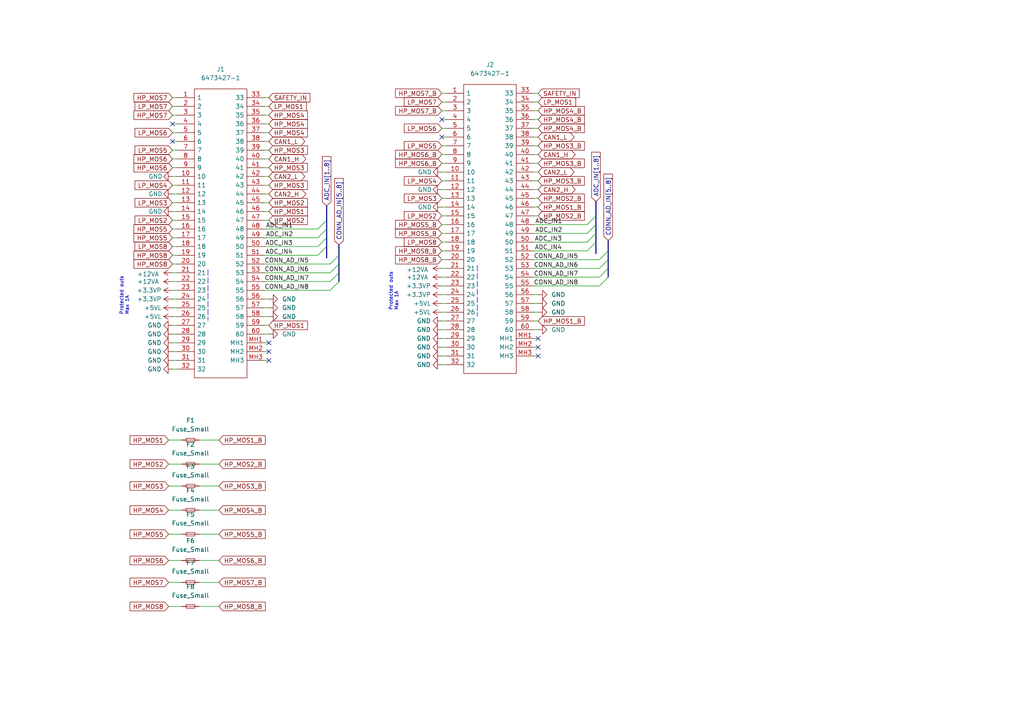
<source format=kicad_sch>
(kicad_sch (version 20211123) (generator eeschema)
  (paper "A4")
  (lib_symbols
    (symbol "Device:Fuse_Small" (pin_numbers hide) (pin_names (offset 0.254) hide)
      (property "Reference" "F" (at 0 -1.524 0))
      (property "Value" "Fuse_Small" (at 0 1.524 0))
      (symbol "Fuse_Small_0_1"
        (rectangle (start -1.27 0.508) (end 1.27 -0.508))
        (polyline (pts (xy -1.27 0) (xy 1.27 0)))
      )
      (symbol "Fuse_Small_1_1"
        (pin passive line (at -2.54 0 0) (length 1.27) (name "~") (number "1"))
        (pin passive line (at 2.54 0 180) (length 1.27) (name "~") (number "2"))
      )
    )
    (symbol "pdms_additional:6473427-1" (pin_names (offset 0.762))
      (property "Reference" "J" (at 21.59 7.62 0))
      (property "Value" "6473427-1" (at 21.59 5.08 0))
      (symbol "6473427-1_0_0"
        (pin passive line (at 0 0 0) (length 5.08) (name "1") (number "1"))
        (pin passive line (at 0 -22.86 0) (length 5.08) (name "10") (number "10"))
        (pin passive line (at 0 -25.4 0) (length 5.08) (name "11") (number "11"))
        (pin passive line (at 0 -27.94 0) (length 5.08) (name "12") (number "12"))
        (pin passive line (at 0 -30.48 0) (length 5.08) (name "13") (number "13"))
        (pin passive line (at 0 -33.02 0) (length 5.08) (name "14") (number "14"))
        (pin passive line (at 0 -35.56 0) (length 5.08) (name "15") (number "15"))
        (pin passive line (at 0 -38.1 0) (length 5.08) (name "16") (number "16"))
        (pin passive line (at 0 -40.64 0) (length 5.08) (name "17") (number "17"))
        (pin passive line (at 0 -43.18 0) (length 5.08) (name "18") (number "18"))
        (pin passive line (at 0 -45.72 0) (length 5.08) (name "19") (number "19"))
        (pin passive line (at 0 -2.54 0) (length 5.08) (name "2") (number "2"))
        (pin passive line (at 0 -48.26 0) (length 5.08) (name "20") (number "20"))
        (pin passive line (at 0 -50.8 0) (length 5.08) (name "21") (number "21"))
        (pin passive line (at 0 -53.34 0) (length 5.08) (name "22") (number "22"))
        (pin passive line (at 0 -55.88 0) (length 5.08) (name "23") (number "23"))
        (pin passive line (at 0 -58.42 0) (length 5.08) (name "24") (number "24"))
        (pin passive line (at 0 -60.96 0) (length 5.08) (name "25") (number "25"))
        (pin passive line (at 0 -63.5 0) (length 5.08) (name "26") (number "26"))
        (pin passive line (at 0 -66.04 0) (length 5.08) (name "27") (number "27"))
        (pin passive line (at 0 -68.58 0) (length 5.08) (name "28") (number "28"))
        (pin passive line (at 0 -71.12 0) (length 5.08) (name "29") (number "29"))
        (pin passive line (at 0 -5.08 0) (length 5.08) (name "3") (number "3"))
        (pin passive line (at 0 -73.66 0) (length 5.08) (name "30") (number "30"))
        (pin passive line (at 0 -76.2 0) (length 5.08) (name "31") (number "31"))
        (pin passive line (at 0 -78.74 0) (length 5.08) (name "32") (number "32"))
        (pin passive line (at 25.4 0 180) (length 5.08) (name "33") (number "33"))
        (pin passive line (at 25.4 -2.54 180) (length 5.08) (name "34") (number "34"))
        (pin passive line (at 25.4 -5.08 180) (length 5.08) (name "35") (number "35"))
        (pin passive line (at 25.4 -7.62 180) (length 5.08) (name "36") (number "36"))
        (pin passive line (at 25.4 -10.16 180) (length 5.08) (name "37") (number "37"))
        (pin passive line (at 25.4 -12.7 180) (length 5.08) (name "38") (number "38"))
        (pin passive line (at 25.4 -15.24 180) (length 5.08) (name "39") (number "39"))
        (pin passive line (at 0 -7.62 0) (length 5.08) (name "4") (number "4"))
        (pin passive line (at 25.4 -17.78 180) (length 5.08) (name "40") (number "40"))
        (pin passive line (at 25.4 -20.32 180) (length 5.08) (name "41") (number "41"))
        (pin passive line (at 25.4 -22.86 180) (length 5.08) (name "42") (number "42"))
        (pin passive line (at 25.4 -25.4 180) (length 5.08) (name "43") (number "43"))
        (pin passive line (at 25.4 -27.94 180) (length 5.08) (name "44") (number "44"))
        (pin passive line (at 25.4 -30.48 180) (length 5.08) (name "45") (number "45"))
        (pin passive line (at 25.4 -33.02 180) (length 5.08) (name "46") (number "46"))
        (pin passive line (at 25.4 -35.56 180) (length 5.08) (name "47") (number "47"))
        (pin passive line (at 25.4 -38.1 180) (length 5.08) (name "48") (number "48"))
        (pin passive line (at 25.4 -40.64 180) (length 5.08) (name "49") (number "49"))
        (pin passive line (at 0 -10.16 0) (length 5.08) (name "5") (number "5"))
        (pin passive line (at 25.4 -43.18 180) (length 5.08) (name "50") (number "50"))
        (pin passive line (at 25.4 -45.72 180) (length 5.08) (name "51") (number "51"))
        (pin passive line (at 25.4 -48.26 180) (length 5.08) (name "52") (number "52"))
        (pin passive line (at 25.4 -50.8 180) (length 5.08) (name "53") (number "53"))
        (pin passive line (at 25.4 -53.34 180) (length 5.08) (name "54") (number "54"))
        (pin passive line (at 25.4 -55.88 180) (length 5.08) (name "55") (number "55"))
        (pin passive line (at 25.4 -58.42 180) (length 5.08) (name "56") (number "56"))
        (pin passive line (at 25.4 -60.96 180) (length 5.08) (name "57") (number "57"))
        (pin passive line (at 25.4 -63.5 180) (length 5.08) (name "58") (number "58"))
        (pin passive line (at 25.4 -66.04 180) (length 5.08) (name "59") (number "59"))
        (pin passive line (at 0 -12.7 0) (length 5.08) (name "6") (number "6"))
        (pin passive line (at 25.4 -68.58 180) (length 5.08) (name "60") (number "60"))
        (pin passive line (at 0 -15.24 0) (length 5.08) (name "7") (number "7"))
        (pin passive line (at 0 -17.78 0) (length 5.08) (name "8") (number "8"))
        (pin passive line (at 0 -20.32 0) (length 5.08) (name "9") (number "9"))
        (pin passive line (at 25.4 -71.12 180) (length 5.08) (name "MH1") (number "MH1"))
        (pin passive line (at 25.4 -73.66 180) (length 5.08) (name "MH2") (number "MH2"))
        (pin passive line (at 25.4 -76.2 180) (length 5.08) (name "MH3") (number "MH3"))
      )
      (symbol "6473427-1_0_1"
        (polyline (pts (xy 5.08 2.54) (xy 20.32 2.54) (xy 20.32 -81.28) (xy 5.08 -81.28) (xy 5.08 2.54)) (stroke (width 0.1524)))
      )
    )
    (symbol "power:+12VA" (power) (pin_names (offset 0))
      (property "Value" "+12VA" (at 0 3.556 0))
      (symbol "+12VA_0_1"
        (polyline (pts (xy -0.762 1.27) (xy 0 2.54)))
        (polyline (pts (xy 0 0) (xy 0 2.54)))
        (polyline (pts (xy 0 2.54) (xy 0.762 1.27)))
      )
      (symbol "+12VA_1_1"
        (pin power_in line (at 0 0 90) (length 0) hide (name "+12VA") (number "1"))
      )
    )
    (symbol "power:+3.3VP" (power) (pin_names (offset 0))
      (property "Value" "+3.3VP" (at 0 2.54 0))
      (symbol "+3.3VP_0_0"
        (pin power_in line (at 0 0 90) (length 0) hide (name "+3.3VP") (number "1"))
      )
      (symbol "+3.3VP_0_1"
        (polyline (pts (xy -0.762 1.27) (xy 0 2.54)))
        (polyline (pts (xy 0 0) (xy 0 2.54)))
        (polyline (pts (xy 0 2.54) (xy 0.762 1.27)))
      )
    )
    (symbol "power:+5VL" (power) (pin_names (offset 0))
      (property "Value" "+5VL" (at 0 3.556 0))
      (symbol "+5VL_0_1"
        (polyline (pts (xy -0.762 1.27) (xy 0 2.54)))
        (polyline (pts (xy 0 0) (xy 0 2.54)))
        (polyline (pts (xy 0 2.54) (xy 0.762 1.27)))
      )
      (symbol "+5VL_1_1"
        (pin power_in line (at 0 0 90) (length 0) hide (name "+5VL") (number "1"))
      )
    )
    (symbol "power:GND" (power) (pin_names (offset 0))
      (property "Value" "GND" (at 0 -3.81 0))
      (symbol "GND_0_1"
        (polyline (pts (xy 0 0) (xy 0 -1.27) (xy 1.27 -1.27) (xy 0 -2.54) (xy -1.27 -1.27) (xy 0 -1.27)))
      )
      (symbol "GND_1_1"
        (pin power_in line (at 0 0 270) (length 0) hide (name "GND") (number "1"))
      )
    )
  )
  (no_connect (at 77.978 101.981))
  (no_connect (at 77.978 99.441))
  (no_connect (at 77.978 104.521))
  (no_connect (at 128.143 39.751))
  (no_connect (at 128.143 34.671))
  (no_connect (at 50.038 35.941))
  (no_connect (at 156.083 100.711))
  (no_connect (at 156.083 103.251))
  (no_connect (at 50.038 41.021))
  (no_connect (at 156.083 98.171))
  (bus_entry (at 176.403 75.311) (size -2.54 2.54))
  (bus_entry (at 172.847 65.151) (size -2.54 2.54))
  (bus_entry (at 172.847 67.691) (size -2.54 2.54))
  (bus_entry (at 176.403 77.851) (size -2.54 2.54))
  (bus_entry (at 94.742 68.961) (size -2.54 2.54))
  (bus_entry (at 94.742 66.421) (size -2.54 2.54))
  (bus_entry (at 98.298 81.661) (size -2.54 2.54))
  (bus_entry (at 94.742 63.881) (size -2.54 2.54))
  (bus_entry (at 172.847 62.611) (size -2.54 2.54))
  (bus_entry (at 172.847 70.231) (size -2.54 2.54))
  (bus_entry (at 94.742 71.501) (size -2.54 2.54))
  (bus_entry (at 176.403 72.771) (size -2.54 2.54))
  (bus_entry (at 176.403 80.391) (size -2.54 2.54))
  (bus_entry (at 98.298 74.041) (size -2.54 2.54))
  (bus_entry (at 98.298 76.581) (size -2.54 2.54))
  (bus_entry (at 98.298 79.121) (size -2.54 2.54))
  (wire (pts (xy 50.038 43.561) (xy 51.308 43.561)))
  (bus (pts (xy 98.298 74.041) (xy 98.298 76.581)))
  (bus (pts (xy 94.742 59.69) (xy 94.742 63.881)))
  (wire (pts (xy 154.813 57.531) (xy 156.083 57.531)))
  (wire (pts (xy 50.038 94.361) (xy 51.308 94.361)))
  (wire (pts (xy 128.143 39.751) (xy 129.413 39.751)))
  (wire (pts (xy 50.038 30.861) (xy 51.308 30.861)))
  (wire (pts (xy 76.708 79.121) (xy 95.758 79.121)))
  (wire (pts (xy 50.038 101.981) (xy 51.308 101.981)))
  (wire (pts (xy 57.785 147.955) (xy 63.5 147.955)))
  (wire (pts (xy 128.143 29.591) (xy 129.413 29.591)))
  (wire (pts (xy 128.143 105.791) (xy 129.413 105.791)))
  (wire (pts (xy 154.813 82.931) (xy 173.863 82.931)))
  (wire (pts (xy 77.978 41.021) (xy 76.708 41.021)))
  (bus (pts (xy 176.403 77.851) (xy 176.403 80.391)))
  (wire (pts (xy 76.708 84.201) (xy 95.758 84.201)))
  (wire (pts (xy 76.708 33.401) (xy 77.978 33.401)))
  (wire (pts (xy 92.202 68.961) (xy 76.708 68.961)))
  (wire (pts (xy 128.143 34.671) (xy 129.413 34.671)))
  (wire (pts (xy 48.895 134.62) (xy 52.705 134.62)))
  (bus (pts (xy 98.298 70.993) (xy 98.298 74.041)))
  (wire (pts (xy 48.895 154.94) (xy 52.705 154.94)))
  (wire (pts (xy 50.038 84.201) (xy 51.308 84.201)))
  (wire (pts (xy 48.895 127.635) (xy 52.705 127.635)))
  (wire (pts (xy 128.143 37.211) (xy 129.413 37.211)))
  (wire (pts (xy 50.038 35.941) (xy 51.308 35.941)))
  (wire (pts (xy 50.038 56.261) (xy 51.308 56.261)))
  (wire (pts (xy 170.307 67.691) (xy 154.813 67.691)))
  (wire (pts (xy 92.202 71.501) (xy 76.708 71.501)))
  (wire (pts (xy 50.038 79.121) (xy 51.308 79.121)))
  (wire (pts (xy 76.708 53.721) (xy 77.978 53.721)))
  (wire (pts (xy 50.038 61.341) (xy 51.308 61.341)))
  (bus (pts (xy 172.847 67.691) (xy 172.847 70.231)))
  (wire (pts (xy 156.083 90.551) (xy 154.813 90.551)))
  (wire (pts (xy 156.083 27.051) (xy 154.813 27.051)))
  (wire (pts (xy 154.813 47.371) (xy 156.083 47.371)))
  (wire (pts (xy 156.083 62.611) (xy 154.813 62.611)))
  (wire (pts (xy 77.978 61.341) (xy 76.708 61.341)))
  (bus (pts (xy 172.847 65.151) (xy 172.847 67.691)))
  (bus (pts (xy 172.847 58.42) (xy 172.847 62.611)))
  (wire (pts (xy 128.143 77.851) (xy 129.413 77.851)))
  (wire (pts (xy 50.038 53.721) (xy 51.308 53.721)))
  (wire (pts (xy 156.083 49.911) (xy 154.813 49.911)))
  (wire (pts (xy 128.143 60.071) (xy 129.413 60.071)))
  (wire (pts (xy 154.813 80.391) (xy 173.863 80.391)))
  (wire (pts (xy 57.785 134.62) (xy 63.5 134.62)))
  (wire (pts (xy 156.083 98.171) (xy 154.813 98.171)))
  (wire (pts (xy 76.708 76.581) (xy 95.758 76.581)))
  (wire (pts (xy 154.813 72.771) (xy 170.307 72.771)))
  (wire (pts (xy 77.978 101.981) (xy 76.708 101.981)))
  (wire (pts (xy 128.143 85.471) (xy 129.413 85.471)))
  (wire (pts (xy 128.143 44.831) (xy 129.413 44.831)))
  (wire (pts (xy 50.038 68.961) (xy 51.308 68.961)))
  (wire (pts (xy 128.143 88.011) (xy 129.413 88.011)))
  (wire (pts (xy 154.813 77.851) (xy 173.863 77.851)))
  (bus (pts (xy 94.742 71.501) (xy 94.742 74.803)))
  (wire (pts (xy 77.978 99.441) (xy 76.708 99.441)))
  (wire (pts (xy 48.895 162.56) (xy 52.705 162.56)))
  (wire (pts (xy 128.143 27.051) (xy 129.413 27.051)))
  (wire (pts (xy 57.785 140.97) (xy 63.5 140.97)))
  (wire (pts (xy 128.143 93.091) (xy 129.413 93.091)))
  (wire (pts (xy 128.143 67.691) (xy 129.413 67.691)))
  (wire (pts (xy 154.813 32.131) (xy 156.083 32.131)))
  (wire (pts (xy 48.895 175.895) (xy 52.705 175.895)))
  (bus (pts (xy 98.298 76.581) (xy 98.298 79.121)))
  (polyline (pts (xy 60.325 78.232) (xy 60.325 92.964)))
  (bus (pts (xy 172.847 62.611) (xy 172.847 65.151)))
  (wire (pts (xy 77.978 91.821) (xy 76.708 91.821)))
  (wire (pts (xy 57.785 175.895) (xy 63.5 175.895)))
  (wire (pts (xy 50.038 63.881) (xy 51.308 63.881)))
  (wire (pts (xy 77.978 104.521) (xy 76.708 104.521)))
  (wire (pts (xy 128.143 90.551) (xy 129.413 90.551)))
  (wire (pts (xy 50.038 89.281) (xy 51.308 89.281)))
  (wire (pts (xy 50.038 66.421) (xy 51.308 66.421)))
  (polyline (pts (xy 138.43 76.962) (xy 138.43 91.694)))
  (wire (pts (xy 156.083 54.991) (xy 154.813 54.991)))
  (wire (pts (xy 76.708 38.481) (xy 77.978 38.481)))
  (wire (pts (xy 48.895 147.955) (xy 52.705 147.955)))
  (wire (pts (xy 156.083 93.091) (xy 154.813 93.091)))
  (wire (pts (xy 77.978 51.181) (xy 76.708 51.181)))
  (wire (pts (xy 156.083 60.071) (xy 154.813 60.071)))
  (wire (pts (xy 128.143 72.771) (xy 129.413 72.771)))
  (bus (pts (xy 176.403 75.311) (xy 176.403 77.851)))
  (wire (pts (xy 128.143 62.611) (xy 129.413 62.611)))
  (wire (pts (xy 76.708 74.041) (xy 92.202 74.041)))
  (wire (pts (xy 154.813 42.291) (xy 156.083 42.291)))
  (wire (pts (xy 50.038 71.501) (xy 51.308 71.501)))
  (wire (pts (xy 128.143 100.711) (xy 129.413 100.711)))
  (bus (pts (xy 94.742 63.881) (xy 94.742 66.421)))
  (wire (pts (xy 77.978 56.261) (xy 76.708 56.261)))
  (wire (pts (xy 128.143 80.391) (xy 129.413 80.391)))
  (wire (pts (xy 170.307 70.231) (xy 154.813 70.231)))
  (wire (pts (xy 77.978 46.101) (xy 76.708 46.101)))
  (wire (pts (xy 50.038 48.641) (xy 51.308 48.641)))
  (wire (pts (xy 128.143 49.911) (xy 129.413 49.911)))
  (wire (pts (xy 50.038 74.041) (xy 51.308 74.041)))
  (bus (pts (xy 176.403 72.771) (xy 176.403 75.311)))
  (wire (pts (xy 154.813 75.311) (xy 173.863 75.311)))
  (wire (pts (xy 154.813 65.151) (xy 170.307 65.151)))
  (wire (pts (xy 156.083 39.751) (xy 154.813 39.751)))
  (wire (pts (xy 156.083 29.591) (xy 154.813 29.591)))
  (wire (pts (xy 50.038 81.661) (xy 51.308 81.661)))
  (wire (pts (xy 156.083 85.471) (xy 154.813 85.471)))
  (wire (pts (xy 128.143 98.171) (xy 129.413 98.171)))
  (bus (pts (xy 94.742 66.421) (xy 94.742 68.961)))
  (bus (pts (xy 172.847 70.231) (xy 172.847 73.533)))
  (wire (pts (xy 128.143 70.231) (xy 129.413 70.231)))
  (wire (pts (xy 128.143 42.291) (xy 129.413 42.291)))
  (wire (pts (xy 50.038 96.901) (xy 51.308 96.901)))
  (wire (pts (xy 50.038 86.741) (xy 51.308 86.741)))
  (wire (pts (xy 76.708 66.421) (xy 92.202 66.421)))
  (wire (pts (xy 57.785 168.91) (xy 63.5 168.91)))
  (wire (pts (xy 128.143 57.531) (xy 129.413 57.531)))
  (wire (pts (xy 128.143 75.311) (xy 129.413 75.311)))
  (wire (pts (xy 50.038 46.101) (xy 51.308 46.101)))
  (wire (pts (xy 156.083 95.631) (xy 154.813 95.631)))
  (wire (pts (xy 156.083 34.671) (xy 154.813 34.671)))
  (wire (pts (xy 128.143 103.251) (xy 129.413 103.251)))
  (wire (pts (xy 128.143 32.131) (xy 129.413 32.131)))
  (wire (pts (xy 50.038 91.821) (xy 51.308 91.821)))
  (wire (pts (xy 128.143 65.151) (xy 129.413 65.151)))
  (bus (pts (xy 94.742 68.961) (xy 94.742 71.501)))
  (wire (pts (xy 48.895 168.91) (xy 52.705 168.91)))
  (wire (pts (xy 128.143 52.451) (xy 129.413 52.451)))
  (wire (pts (xy 50.038 99.441) (xy 51.308 99.441)))
  (wire (pts (xy 50.038 41.021) (xy 51.308 41.021)))
  (wire (pts (xy 76.708 43.561) (xy 77.978 43.561)))
  (wire (pts (xy 76.708 48.641) (xy 77.978 48.641)))
  (wire (pts (xy 77.978 30.861) (xy 76.708 30.861)))
  (wire (pts (xy 77.978 35.941) (xy 76.708 35.941)))
  (wire (pts (xy 77.978 94.361) (xy 76.708 94.361)))
  (bus (pts (xy 176.403 69.723) (xy 176.403 72.771)))
  (wire (pts (xy 154.813 37.211) (xy 156.083 37.211)))
  (wire (pts (xy 57.785 162.56) (xy 63.5 162.56)))
  (wire (pts (xy 77.978 86.741) (xy 76.708 86.741)))
  (wire (pts (xy 57.785 154.94) (xy 63.5 154.94)))
  (wire (pts (xy 76.708 81.661) (xy 95.758 81.661)))
  (wire (pts (xy 128.143 82.931) (xy 129.413 82.931)))
  (wire (pts (xy 154.813 52.451) (xy 156.083 52.451)))
  (wire (pts (xy 57.785 127.635) (xy 63.5 127.635)))
  (wire (pts (xy 156.083 88.011) (xy 154.813 88.011)))
  (wire (pts (xy 128.143 95.631) (xy 129.413 95.631)))
  (wire (pts (xy 50.038 38.481) (xy 51.308 38.481)))
  (wire (pts (xy 128.143 47.371) (xy 129.413 47.371)))
  (wire (pts (xy 128.143 54.991) (xy 129.413 54.991)))
  (bus (pts (xy 98.298 79.121) (xy 98.298 81.661)))
  (wire (pts (xy 50.038 51.181) (xy 51.308 51.181)))
  (wire (pts (xy 50.038 33.401) (xy 51.308 33.401)))
  (wire (pts (xy 50.038 104.521) (xy 51.308 104.521)))
  (wire (pts (xy 48.895 140.97) (xy 52.705 140.97)))
  (wire (pts (xy 76.708 58.801) (xy 77.978 58.801)))
  (wire (pts (xy 50.038 107.061) (xy 51.308 107.061)))
  (wire (pts (xy 50.038 58.801) (xy 51.308 58.801)))
  (wire (pts (xy 156.083 103.251) (xy 154.813 103.251)))
  (wire (pts (xy 156.083 100.711) (xy 154.813 100.711)))
  (wire (pts (xy 77.978 63.881) (xy 76.708 63.881)))
  (wire (pts (xy 50.038 28.321) (xy 51.308 28.321)))
  (wire (pts (xy 50.038 76.581) (xy 51.308 76.581)))
  (wire (pts (xy 156.083 44.831) (xy 154.813 44.831)))
  (wire (pts (xy 77.978 28.321) (xy 76.708 28.321)))
  (wire (pts (xy 77.978 96.901) (xy 76.708 96.901)))
  (wire (pts (xy 77.978 89.281) (xy 76.708 89.281)))
  (text "Protected outs \nMax 1A" (at 115.57 90.17 90) (effects (font (size 1 1)) (justify left bottom)))
  (text "Protected outs \nMax 1A" (at 37.465 91.44 90) (effects (font (size 1 1)) (justify left bottom)))
  (label "CONN_AD_IN8" (at 76.708 84.201 0))
  (label "ADC_IN2" (at 155.194 67.691 0))
  (label "CONN_AD_IN8" (at 154.813 82.931 0))
  (label "CONN_AD_IN5" (at 76.708 76.581 0))
  (label "ADC_IN1" (at 155.194 65.151 0))
  (label "CONN_AD_IN6" (at 154.813 77.851 0))
  (label "CONN_AD_IN7" (at 76.708 81.661 0))
  (label "ADC_IN3" (at 76.962 71.501 0))
  (label "ADC_IN3" (at 155.067 70.231 0))
  (label "CONN_AD_IN6" (at 76.708 79.121 0))
  (label "ADC_IN1" (at 77.089 66.421 0))
  (label "CONN_AD_IN5" (at 154.813 75.311 0))
  (label "ADC_IN4" (at 155.067 72.771 0))
  (label "CONN_AD_IN7" (at 154.813 80.391 0))
  (label "ADC_IN2" (at 77.089 68.961 0))
  (label "ADC_IN4" (at 76.962 74.041 0))
  (global_label "HP_MOS8_B" (shape input) (at 128.143 72.771 180) (property "Intersheet References" "${INTERSHEET_REFS}" (effects hide)))
  (global_label "CAN2_H" (shape bidirectional) (at 77.978 56.261 0) (property "Intersheet References" "${INTERSHEET_REFS}" (effects hide)))
  (global_label "HP_MOS6_B" (shape input) (at 128.143 47.371 180) (property "Intersheet References" "${INTERSHEET_REFS}" (effects hide)))
  (global_label "SAFETY_IN" (shape input) (at 77.978 28.321 0) (property "Intersheet References" "${INTERSHEET_REFS}" (effects hide)))
  (global_label "HP_MOS6_B" (shape input) (at 128.143 44.831 180) (property "Intersheet References" "${INTERSHEET_REFS}" (effects hide)))
  (global_label "LP_MOS3" (shape input) (at 50.038 58.801 180) (property "Intersheet References" "${INTERSHEET_REFS}" (effects hide)))
  (global_label "HP_MOS1" (shape input) (at 48.895 127.635 180) (property "Intersheet References" "${INTERSHEET_REFS}" (effects hide)))
  (global_label "CAN1_H" (shape bidirectional) (at 77.978 46.101 0) (property "Intersheet References" "${INTERSHEET_REFS}" (effects hide)))
  (global_label "LP_MOS6" (shape input) (at 50.038 38.481 180) (property "Intersheet References" "${INTERSHEET_REFS}" (effects hide)))
  (global_label "HP_MOS2" (shape input) (at 48.895 134.62 180) (property "Intersheet References" "${INTERSHEET_REFS}" (effects hide)))
  (global_label "LP_MOS8" (shape input) (at 128.143 70.231 180) (property "Intersheet References" "${INTERSHEET_REFS}" (effects hide)))
  (global_label "HP_MOS7" (shape input) (at 50.038 28.321 180) (property "Intersheet References" "${INTERSHEET_REFS}" (effects hide)))
  (global_label "HP_MOS5" (shape input) (at 48.895 154.94 180) (property "Intersheet References" "${INTERSHEET_REFS}" (effects hide)))
  (global_label "HP_MOS1_B" (shape input) (at 63.5 127.635 0) (property "Intersheet References" "${INTERSHEET_REFS}" (effects hide)))
  (global_label "LP_MOS6" (shape input) (at 128.143 37.211 180) (property "Intersheet References" "${INTERSHEET_REFS}" (effects hide)))
  (global_label "CAN2_H" (shape bidirectional) (at 156.083 54.991 0) (property "Intersheet References" "${INTERSHEET_REFS}" (effects hide)))
  (global_label "HP_MOS8_B" (shape input) (at 128.143 75.311 180) (property "Intersheet References" "${INTERSHEET_REFS}" (effects hide)))
  (global_label "HP_MOS3_B" (shape input) (at 156.083 52.451 0) (property "Intersheet References" "${INTERSHEET_REFS}" (effects hide)))
  (global_label "LP_MOS4" (shape input) (at 50.038 53.721 180) (property "Intersheet References" "${INTERSHEET_REFS}" (effects hide)))
  (global_label "HP_MOS2" (shape input) (at 77.978 58.801 0) (property "Intersheet References" "${INTERSHEET_REFS}" (effects hide)))
  (global_label "HP_MOS3" (shape input) (at 77.978 48.641 0) (property "Intersheet References" "${INTERSHEET_REFS}" (effects hide)))
  (global_label "HP_MOS3_B" (shape input) (at 156.083 42.291 0) (property "Intersheet References" "${INTERSHEET_REFS}" (effects hide)))
  (global_label "LP_MOS5" (shape input) (at 128.143 42.291 180) (property "Intersheet References" "${INTERSHEET_REFS}" (effects hide)))
  (global_label "CONN_AD_IN[5..8]" (shape input) (at 176.403 69.723 90) (property "Intersheet References" "${INTERSHEET_REFS}" (effects hide)))
  (global_label "HP_MOS4_B" (shape input) (at 156.083 37.211 0) (property "Intersheet References" "${INTERSHEET_REFS}" (effects hide)))
  (global_label "HP_MOS3" (shape input) (at 77.978 53.721 0) (property "Intersheet References" "${INTERSHEET_REFS}" (effects hide)))
  (global_label "HP_MOS4_B" (shape input) (at 156.083 34.671 0) (property "Intersheet References" "${INTERSHEET_REFS}" (effects hide)))
  (global_label "HP_MOS5" (shape input) (at 50.038 66.421 180) (property "Intersheet References" "${INTERSHEET_REFS}" (effects hide)))
  (global_label "HP_MOS8_B" (shape input) (at 63.5 175.895 0) (property "Intersheet References" "${INTERSHEET_REFS}" (effects hide)))
  (global_label "HP_MOS3" (shape input) (at 48.895 140.97 180) (property "Intersheet References" "${INTERSHEET_REFS}" (effects hide)))
  (global_label "HP_MOS3" (shape input) (at 77.978 43.561 0) (property "Intersheet References" "${INTERSHEET_REFS}" (effects hide)))
  (global_label "LP_MOS2" (shape input) (at 50.038 63.881 180) (property "Intersheet References" "${INTERSHEET_REFS}" (effects hide)))
  (global_label "HP_MOS4_B" (shape input) (at 63.5 147.955 0) (property "Intersheet References" "${INTERSHEET_REFS}" (effects hide)))
  (global_label "LP_MOS5" (shape input) (at 50.038 43.561 180) (property "Intersheet References" "${INTERSHEET_REFS}" (effects hide)))
  (global_label "CAN1_L" (shape bidirectional) (at 156.083 39.751 0) (property "Intersheet References" "${INTERSHEET_REFS}" (effects hide)))
  (global_label "HP_MOS8" (shape input) (at 48.895 175.895 180) (property "Intersheet References" "${INTERSHEET_REFS}" (effects hide)))
  (global_label "HP_MOS1_B" (shape input) (at 156.083 60.071 0) (property "Intersheet References" "${INTERSHEET_REFS}" (effects hide)))
  (global_label "CAN2_L" (shape bidirectional) (at 77.978 51.181 0) (property "Intersheet References" "${INTERSHEET_REFS}" (effects hide)))
  (global_label "HP_MOS5" (shape input) (at 50.038 68.961 180) (property "Intersheet References" "${INTERSHEET_REFS}" (effects hide)))
  (global_label "HP_MOS6" (shape input) (at 50.038 46.101 180) (property "Intersheet References" "${INTERSHEET_REFS}" (effects hide)))
  (global_label "LP_MOS1" (shape input) (at 77.978 30.861 0) (property "Intersheet References" "${INTERSHEET_REFS}" (effects hide)))
  (global_label "HP_MOS4" (shape input) (at 77.978 38.481 0) (property "Intersheet References" "${INTERSHEET_REFS}" (effects hide)))
  (global_label "HP_MOS4_B" (shape input) (at 156.083 32.131 0) (property "Intersheet References" "${INTERSHEET_REFS}" (effects hide)))
  (global_label "HP_MOS7" (shape input) (at 48.895 168.91 180) (property "Intersheet References" "${INTERSHEET_REFS}" (effects hide)))
  (global_label "HP_MOS2" (shape input) (at 77.978 63.881 0) (property "Intersheet References" "${INTERSHEET_REFS}" (effects hide)))
  (global_label "CAN1_L" (shape bidirectional) (at 77.978 41.021 0) (property "Intersheet References" "${INTERSHEET_REFS}" (effects hide)))
  (global_label "HP_MOS1_B" (shape input) (at 156.083 93.091 0) (property "Intersheet References" "${INTERSHEET_REFS}" (effects hide)))
  (global_label "HP_MOS7_B" (shape input) (at 128.143 32.131 180) (property "Intersheet References" "${INTERSHEET_REFS}" (effects hide)))
  (global_label "HP_MOS7" (shape input) (at 50.038 33.401 180) (property "Intersheet References" "${INTERSHEET_REFS}" (effects hide)))
  (global_label "LP_MOS7" (shape input) (at 50.038 30.861 180) (property "Intersheet References" "${INTERSHEET_REFS}" (effects hide)))
  (global_label "LP_MOS8" (shape input) (at 50.038 71.501 180) (property "Intersheet References" "${INTERSHEET_REFS}" (effects hide)))
  (global_label "CONN_AD_IN[5..8]" (shape input) (at 98.298 70.993 90) (property "Intersheet References" "${INTERSHEET_REFS}" (effects hide)))
  (global_label "LP_MOS4" (shape input) (at 128.143 52.451 180) (property "Intersheet References" "${INTERSHEET_REFS}" (effects hide)))
  (global_label "HP_MOS7_B" (shape input) (at 63.5 168.91 0) (property "Intersheet References" "${INTERSHEET_REFS}" (effects hide)))
  (global_label "ADC_IN[1..8]" (shape input) (at 94.742 59.69 90) (property "Intersheet References" "${INTERSHEET_REFS}" (effects hide)))
  (global_label "HP_MOS4" (shape input) (at 77.978 35.941 0) (property "Intersheet References" "${INTERSHEET_REFS}" (effects hide)))
  (global_label "HP_MOS8" (shape input) (at 50.038 74.041 180) (property "Intersheet References" "${INTERSHEET_REFS}" (effects hide)))
  (global_label "CAN2_L" (shape bidirectional) (at 156.083 49.911 0) (property "Intersheet References" "${INTERSHEET_REFS}" (effects hide)))
  (global_label "HP_MOS7_B" (shape input) (at 128.143 27.051 180) (property "Intersheet References" "${INTERSHEET_REFS}" (effects hide)))
  (global_label "LP_MOS2" (shape input) (at 128.143 62.611 180) (property "Intersheet References" "${INTERSHEET_REFS}" (effects hide)))
  (global_label "HP_MOS5_B" (shape input) (at 128.143 65.151 180) (property "Intersheet References" "${INTERSHEET_REFS}" (effects hide)))
  (global_label "HP_MOS4" (shape input) (at 48.895 147.955 180) (property "Intersheet References" "${INTERSHEET_REFS}" (effects hide)))
  (global_label "HP_MOS1" (shape input) (at 77.978 94.361 0) (property "Intersheet References" "${INTERSHEET_REFS}" (effects hide)))
  (global_label "HP_MOS5_B" (shape input) (at 63.5 154.94 0) (property "Intersheet References" "${INTERSHEET_REFS}" (effects hide)))
  (global_label "HP_MOS2_B" (shape input) (at 156.083 57.531 0) (property "Intersheet References" "${INTERSHEET_REFS}" (effects hide)))
  (global_label "HP_MOS6" (shape input) (at 50.038 48.641 180) (property "Intersheet References" "${INTERSHEET_REFS}" (effects hide)))
  (global_label "LP_MOS3" (shape input) (at 128.143 57.531 180) (property "Intersheet References" "${INTERSHEET_REFS}" (effects hide)))
  (global_label "CAN1_H" (shape bidirectional) (at 156.083 44.831 0) (property "Intersheet References" "${INTERSHEET_REFS}" (effects hide)))
  (global_label "LP_MOS1" (shape input) (at 156.083 29.591 0) (property "Intersheet References" "${INTERSHEET_REFS}" (effects hide)))
  (global_label "HP_MOS1" (shape input) (at 77.978 61.341 0) (property "Intersheet References" "${INTERSHEET_REFS}" (effects hide)))
  (global_label "HP_MOS4" (shape input) (at 77.978 33.401 0) (property "Intersheet References" "${INTERSHEET_REFS}" (effects hide)))
  (global_label "HP_MOS8" (shape input) (at 50.038 76.581 180) (property "Intersheet References" "${INTERSHEET_REFS}" (effects hide)))
  (global_label "ADC_IN[1..8]" (shape input) (at 172.847 58.42 90) (property "Intersheet References" "${INTERSHEET_REFS}" (effects hide)))
  (global_label "LP_MOS7" (shape input) (at 128.143 29.591 180) (property "Intersheet References" "${INTERSHEET_REFS}" (effects hide)))
  (global_label "HP_MOS6" (shape input) (at 48.895 162.56 180) (property "Intersheet References" "${INTERSHEET_REFS}" (effects hide)))
  (global_label "SAFETY_IN" (shape input) (at 156.083 27.051 0) (property "Intersheet References" "${INTERSHEET_REFS}" (effects hide)))
  (global_label "HP_MOS6_B" (shape input) (at 63.5 162.56 0) (property "Intersheet References" "${INTERSHEET_REFS}" (effects hide)))
  (global_label "HP_MOS2_B" (shape input) (at 63.5 134.62 0) (property "Intersheet References" "${INTERSHEET_REFS}" (effects hide)))
  (global_label "HP_MOS3_B" (shape input) (at 63.5 140.97 0) (property "Intersheet References" "${INTERSHEET_REFS}" (effects hide)))
  (global_label "HP_MOS3_B" (shape input) (at 156.083 47.371 0) (property "Intersheet References" "${INTERSHEET_REFS}" (effects hide)))
  (global_label "HP_MOS2_B" (shape input) (at 156.083 62.611 0) (property "Intersheet References" "${INTERSHEET_REFS}" (effects hide)))
  (global_label "HP_MOS5_B" (shape input) (at 128.143 67.691 180) (property "Intersheet References" "${INTERSHEET_REFS}" (effects hide)))
  (symbol (lib_id "power:GND") (at 50.038 96.901 270) (unit 1)
    (property "Reference" "#PWR0106" (effects hide))
    (property "Value" "GND" (at 46.863 96.9009 90) (effects (justify right)))
  )
  (symbol (lib_id "power:GND") (at 128.143 100.711 270) (unit 1)
    (property "Reference" "#PWR0123" (effects hide))
    (property "Value" "GND" (at 124.968 100.7109 90) (effects (justify right)))
  )
  (symbol (lib_id "power:GND") (at 77.978 86.741 90) (unit 1)
    (property "Reference" "#PWR0101" (effects hide))
    (property "Value" "GND" (at 81.788 86.7409 90) (effects (justify right)))
  )
  (symbol (lib_id "pdms_additional:6473427-1") (at 51.308 28.321 0) (unit 1)
    (property "Reference" "J1" (at 64.008 20.066 0))
    (property "Value" "6473427-1" (at 64.008 22.606 0))
    (property "Footprint" "PDM_Additional:64734271" (effects hide))
    (property "Datasheet" "https://www.te.com/commerce/DocumentDelivery/DDEController?Action=showdoc&DocId=Customer+Drawing%7F9-1437287-8%7FA1%7Fpdf%7FEnglish%7FENG_CD_9-1437287-8_A1.pdf%7F6473427-1" (effects hide))
    (property "Description" "Automotive Connectors SUPER SEAL 60POS CAP ASY H AU" (effects hide))
    (property "Height" "27.4" (effects hide))
    (property "Manufacturer_Name" "TE Connectivity" (effects hide))
    (property "Manufacturer_Part_Number" "6473427-1" (effects hide))
    (property "Mouser Part Number" "571-6473427-1" (effects hide))
    (property "Mouser Price/Stock" "https://www.mouser.co.uk/ProductDetail/TE-Connectivity/6473427-1?qs=%252BJ%252BJwDEtia0S2ZPotWhzbA%3D%3D" (effects hide))
    (property "Arrow Part Number" "6473427-1" (effects hide))
    (property "Arrow Price/Stock" "https://www.arrow.com/en/products/6473427-1/te-connectivity?region=nac" (effects hide))
  )
  (symbol (lib_id "Device:Fuse_Small") (at 55.245 127.635 0) (unit 1)
    (property "Reference" "F1" (at 55.245 121.92 0))
    (property "Value" "Fuse_Small" (at 55.245 124.46 0))
    (property "Footprint" "Fuse:Fuse_1206_3216Metric_Pad1.42x1.75mm_HandSolder" (effects hide))
  )
  (symbol (lib_id "power:GND") (at 128.143 103.251 270) (unit 1)
    (property "Reference" "#PWR0134" (effects hide))
    (property "Value" "GND" (at 124.968 103.2509 90) (effects (justify right)))
  )
  (symbol (lib_id "power:+5VL") (at 50.038 89.281 90) (unit 1)
    (property "Reference" "#PWR0111" (effects hide))
    (property "Value" "+5VL" (at 41.783 89.281 90) (effects (justify right)))
  )
  (symbol (lib_id "power:+5VL") (at 50.038 91.821 90) (unit 1)
    (property "Reference" "#PWR0115" (effects hide))
    (property "Value" "+5VL" (at 41.783 91.821 90) (effects (justify right)))
  )
  (symbol (lib_id "power:GND") (at 156.083 88.011 90) (unit 1)
    (property "Reference" "#PWR0137" (effects hide))
    (property "Value" "GND" (at 159.893 88.0109 90) (effects (justify right)))
  )
  (symbol (lib_id "power:GND") (at 156.083 85.471 90) (unit 1)
    (property "Reference" "#PWR0138" (effects hide))
    (property "Value" "GND" (at 159.893 85.4709 90) (effects (justify right)))
  )
  (symbol (lib_id "power:GND") (at 128.143 95.631 270) (unit 1)
    (property "Reference" "#PWR0125" (effects hide))
    (property "Value" "GND" (at 124.968 95.6309 90) (effects (justify right)))
  )
  (symbol (lib_id "power:+3.3VP") (at 128.143 82.931 90) (unit 1)
    (property "Reference" "#PWR0127" (effects hide))
    (property "Value" "+3.3VP" (at 124.968 82.9309 90) (effects (justify left)))
  )
  (symbol (lib_id "pdms_additional:6473427-1") (at 129.413 27.051 0) (unit 1)
    (property "Reference" "J2" (at 142.113 18.796 0))
    (property "Value" "6473427-1" (at 142.113 21.336 0))
    (property "Footprint" "PDM_Additional:64734271" (effects hide))
    (property "Datasheet" "https://www.te.com/commerce/DocumentDelivery/DDEController?Action=showdoc&DocId=Customer+Drawing%7F9-1437287-8%7FA1%7Fpdf%7FEnglish%7FENG_CD_9-1437287-8_A1.pdf%7F6473427-1" (effects hide))
    (property "Description" "Automotive Connectors SUPER SEAL 60POS CAP ASY H AU" (effects hide))
    (property "Height" "27.4" (effects hide))
    (property "Manufacturer_Name" "TE Connectivity" (effects hide))
    (property "Manufacturer_Part_Number" "6473427-1" (effects hide))
    (property "Mouser Part Number" "571-6473427-1" (effects hide))
    (property "Mouser Price/Stock" "https://www.mouser.co.uk/ProductDetail/TE-Connectivity/6473427-1?qs=%252BJ%252BJwDEtia0S2ZPotWhzbA%3D%3D" (effects hide))
    (property "Arrow Part Number" "6473427-1" (effects hide))
    (property "Arrow Price/Stock" "https://www.arrow.com/en/products/6473427-1/te-connectivity?region=nac" (effects hide))
  )
  (symbol (lib_id "power:+12VA") (at 50.038 79.121 90) (unit 1)
    (property "Reference" "#PWR0116" (effects hide))
    (property "Value" "+12VA" (at 39.751 79.502 90) (effects (justify right)))
  )
  (symbol (lib_id "power:+5VL") (at 128.143 90.551 90) (unit 1)
    (property "Reference" "#PWR0132" (effects hide))
    (property "Value" "+5VL" (at 119.888 90.551 90) (effects (justify right)))
  )
  (symbol (lib_id "power:GND") (at 50.038 99.441 270) (unit 1)
    (property "Reference" "#PWR0107" (effects hide))
    (property "Value" "GND" (at 46.863 99.4409 90) (effects (justify right)))
  )
  (symbol (lib_id "power:+5VL") (at 128.143 88.011 90) (unit 1)
    (property "Reference" "#PWR0122" (effects hide))
    (property "Value" "+5VL" (at 119.888 88.011 90) (effects (justify right)))
  )
  (symbol (lib_id "power:+12VA") (at 128.143 80.391 90) (unit 1)
    (property "Reference" "#PWR0126" (effects hide))
    (property "Value" "+12VA" (at 117.856 80.391 90) (effects (justify right)))
  )
  (symbol (lib_id "power:GND") (at 50.038 104.521 270) (unit 1)
    (property "Reference" "#PWR0104" (effects hide))
    (property "Value" "GND" (at 46.863 104.5209 90) (effects (justify right)))
  )
  (symbol (lib_id "power:GND") (at 77.978 89.281 90) (unit 1)
    (property "Reference" "#PWR0102" (effects hide))
    (property "Value" "GND" (at 81.788 89.2809 90) (effects (justify right)))
  )
  (symbol (lib_id "power:+3.3VP") (at 50.038 86.741 90) (unit 1)
    (property "Reference" "#PWR0113" (effects hide))
    (property "Value" "+3.3VP" (at 46.863 86.7409 90) (effects (justify left)))
  )
  (symbol (lib_id "power:GND") (at 156.083 90.551 90) (unit 1)
    (property "Reference" "#PWR0135" (effects hide))
    (property "Value" "GND" (at 159.893 90.5509 90) (effects (justify right)))
  )
  (symbol (lib_id "power:GND") (at 50.038 56.261 270) (unit 1)
    (property "Reference" "#PWR0117" (effects hide))
    (property "Value" "GND" (at 43.053 56.261 90) (effects (justify left)))
  )
  (symbol (lib_id "power:GND") (at 128.143 49.911 270) (unit 1)
    (property "Reference" "#PWR0120" (effects hide))
    (property "Value" "GND" (at 121.158 49.911 90) (effects (justify left)))
  )
  (symbol (lib_id "power:GND") (at 50.038 94.361 270) (unit 1)
    (property "Reference" "#PWR0108" (effects hide))
    (property "Value" "GND" (at 46.863 94.3609 90) (effects (justify right)))
  )
  (symbol (lib_id "Device:Fuse_Small") (at 55.245 168.91 0) (unit 1)
    (property "Reference" "F7" (at 55.245 163.195 0))
    (property "Value" "Fuse_Small" (at 55.245 165.735 0))
    (property "Footprint" "Fuse:Fuse_1206_3216Metric_Pad1.42x1.75mm_HandSolder" (effects hide))
  )
  (symbol (lib_id "power:GND") (at 50.038 107.061 270) (unit 1)
    (property "Reference" "#PWR0114" (effects hide))
    (property "Value" "GND" (at 46.863 107.0609 90) (effects (justify right)))
  )
  (symbol (lib_id "Device:Fuse_Small") (at 55.245 154.94 0) (unit 1)
    (property "Reference" "F5" (at 55.245 149.225 0))
    (property "Value" "Fuse_Small" (at 55.245 151.765 0))
    (property "Footprint" "Fuse:Fuse_1206_3216Metric_Pad1.42x1.75mm_HandSolder" (effects hide))
  )
  (symbol (lib_id "power:GND") (at 128.143 93.091 270) (unit 1)
    (property "Reference" "#PWR0131" (effects hide))
    (property "Value" "GND" (at 124.968 93.0909 90) (effects (justify right)))
  )
  (symbol (lib_id "power:GND") (at 50.038 101.981 270) (unit 1)
    (property "Reference" "#PWR0105" (effects hide))
    (property "Value" "GND" (at 46.863 101.9809 90) (effects (justify right)))
  )
  (symbol (lib_id "power:GND") (at 77.978 96.901 90) (unit 1)
    (property "Reference" "#PWR0103" (effects hide))
    (property "Value" "GND" (at 81.788 96.9009 90) (effects (justify right)))
  )
  (symbol (lib_id "Device:Fuse_Small") (at 55.245 134.62 0) (unit 1)
    (property "Reference" "F2" (at 55.245 128.905 0))
    (property "Value" "Fuse_Small" (at 55.245 131.445 0))
    (property "Footprint" "Fuse:Fuse_1206_3216Metric_Pad1.42x1.75mm_HandSolder" (effects hide))
  )
  (symbol (lib_id "power:GND") (at 128.143 105.791 270) (unit 1)
    (property "Reference" "#PWR0121" (effects hide))
    (property "Value" "GND" (at 124.968 105.7909 90) (effects (justify right)))
  )
  (symbol (lib_id "Device:Fuse_Small") (at 55.245 147.955 0) (unit 1)
    (property "Reference" "F4" (at 55.245 142.24 0))
    (property "Value" "Fuse_Small" (at 55.245 144.78 0))
    (property "Footprint" "Fuse:Fuse_1206_3216Metric_Pad1.42x1.75mm_HandSolder" (effects hide))
  )
  (symbol (lib_id "power:GND") (at 128.143 54.991 270) (unit 1)
    (property "Reference" "#PWR0119" (effects hide))
    (property "Value" "GND" (at 121.158 54.991 90) (effects (justify left)))
  )
  (symbol (lib_id "power:GND") (at 128.143 60.071 270) (unit 1)
    (property "Reference" "#PWR0124" (effects hide))
    (property "Value" "GND" (at 121.158 60.071 90) (effects (justify left)))
  )
  (symbol (lib_id "power:GND") (at 50.038 51.181 270) (unit 1)
    (property "Reference" "#PWR0118" (effects hide))
    (property "Value" "GND" (at 43.053 51.181 90) (effects (justify left)))
  )
  (symbol (lib_id "Device:Fuse_Small") (at 55.245 140.97 0) (unit 1)
    (property "Reference" "F3" (at 55.245 135.255 0))
    (property "Value" "Fuse_Small" (at 55.245 137.795 0))
    (property "Footprint" "Fuse:Fuse_1206_3216Metric_Pad1.42x1.75mm_HandSolder" (effects hide))
  )
  (symbol (lib_id "power:GND") (at 128.143 98.171 270) (unit 1)
    (property "Reference" "#PWR0130" (effects hide))
    (property "Value" "GND" (at 124.968 98.1709 90) (effects (justify right)))
  )
  (symbol (lib_id "Device:Fuse_Small") (at 55.245 175.895 0) (unit 1)
    (property "Reference" "F8" (at 55.245 170.18 0))
    (property "Value" "Fuse_Small" (at 55.245 172.72 0))
    (property "Footprint" "Fuse:Fuse_1206_3216Metric_Pad1.42x1.75mm_HandSolder" (effects hide))
  )
  (symbol (lib_id "power:+3.3VP") (at 50.038 84.201 90) (unit 1)
    (property "Reference" "#PWR0112" (effects hide))
    (property "Value" "+3.3VP" (at 46.863 84.2009 90) (effects (justify left)))
  )
  (symbol (lib_id "Device:Fuse_Small") (at 55.245 162.56 0) (unit 1)
    (property "Reference" "F6" (at 55.245 156.845 0))
    (property "Value" "Fuse_Small" (at 55.245 159.385 0))
    (property "Footprint" "Fuse:Fuse_1206_3216Metric_Pad1.42x1.75mm_HandSolder" (effects hide))
  )
  (symbol (lib_id "power:+3.3VP") (at 128.143 85.471 90) (unit 1)
    (property "Reference" "#PWR0133" (effects hide))
    (property "Value" "+3.3VP" (at 124.968 85.4709 90) (effects (justify left)))
  )
  (symbol (lib_id "power:GND") (at 50.038 61.341 270) (unit 1)
    (property "Reference" "#PWR0109" (effects hide))
    (property "Value" "GND" (at 43.053 61.341 90) (effects (justify left)))
  )
  (symbol (lib_id "power:GND") (at 156.083 95.631 90) (unit 1)
    (property "Reference" "#PWR0136" (effects hide))
    (property "Value" "GND" (at 159.893 95.6309 90) (effects (justify right)))
  )
  (symbol (lib_id "power:+12VA") (at 50.038 81.661 90) (unit 1)
    (property "Reference" "#PWR0110" (effects hide))
    (property "Value" "+12VA" (at 39.751 81.661 90) (effects (justify right)))
  )
  (symbol (lib_id "power:+12VA") (at 128.143 77.851 90) (unit 1)
    (property "Reference" "#PWR0128" (effects hide))
    (property "Value" "+12VA" (at 117.856 78.232 90) (effects (justify right)))
  )
  (symbol (lib_id "power:GND") (at 77.978 91.821 90) (unit 1)
    (property "Reference" "#PWR0129" (effects hide))
    (property "Value" "GND" (at 81.788 91.8209 90) (effects (justify right)))
  )
)
</source>
